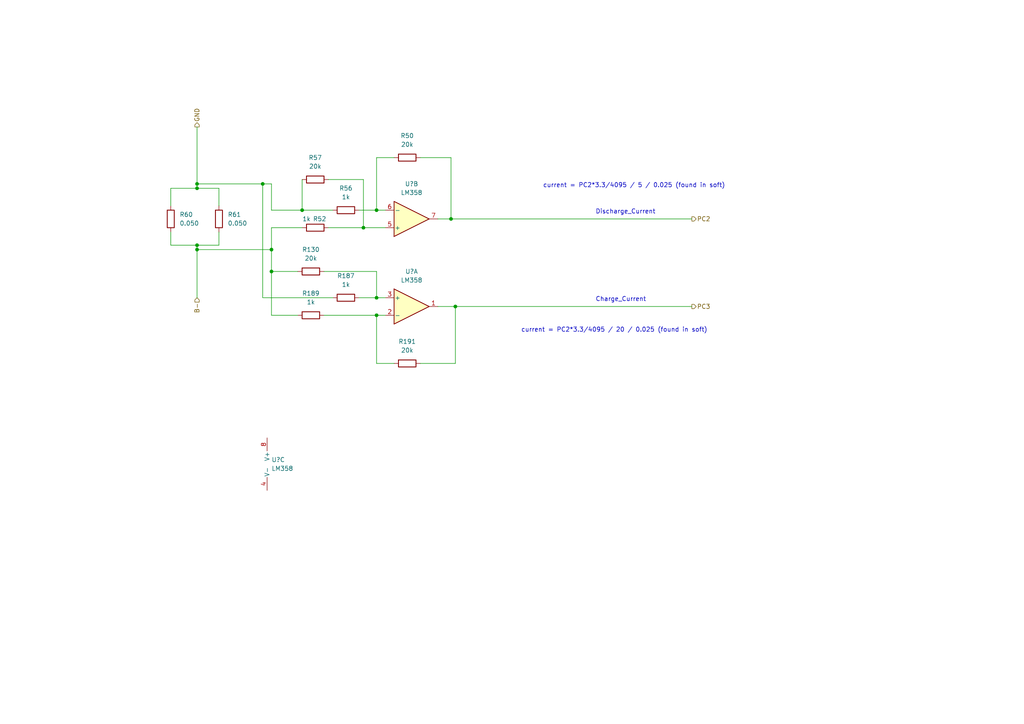
<source format=kicad_sch>
(kicad_sch (version 20231120) (generator "eeschema") (generator_version "8.0")
  (paper "A4")
  (lib_symbols
    (symbol "Amplifier_Operational:LM358" (pin_names (offset 0.127))
      (property "Reference" "U" (at 0 5.08 0))
      (property "Value" "LM358" (at 0 -5.08 0))
      (symbol "LM358_1_1"
        (polyline (pts (xy -5.08 5.08) (xy 5.08 0) (xy -5.08 -5.08) (xy -5.08 5.08)) (stroke (width 0.254)) (fill (type background)))
        (pin output line (at 7.62 0 180) (length 2.54) (name "~") (number "1"))
        (pin input line (at -7.62 -2.54 0) (length 2.54) (name "-") (number "2"))
        (pin input line (at -7.62 2.54 0) (length 2.54) (name "+") (number "3"))
      )
      (symbol "LM358_2_1"
        (polyline (pts (xy -5.08 5.08) (xy 5.08 0) (xy -5.08 -5.08) (xy -5.08 5.08)) (stroke (width 0.254)) (fill (type background)))
        (pin input line (at -7.62 2.54 0) (length 2.54) (name "+") (number "5"))
        (pin input line (at -7.62 -2.54 0) (length 2.54) (name "-") (number "6"))
        (pin output line (at 7.62 0 180) (length 2.54) (name "~") (number "7"))
      )
      (symbol "LM358_3_1"
        (pin power_in line (at -2.54 -7.62 90) (length 3.81) (name "V-") (number "4"))
        (pin power_in line (at -2.54 7.62 270) (length 3.81) (name "V+") (number "8"))
      )
    )
    (symbol "Device:R" (pin_numbers hide) (pin_names (offset 0))
      (property "Reference" "R" (at 2.032 0 90))
      (property "Value" "R" (at 0 0 90))
      (symbol "R_0_1"
        (rectangle (start -1.016 -2.54) (end 1.016 2.54) (stroke (width 0.254)))
      )
      (symbol "R_1_1"
        (pin passive line (at 0 3.81 270) (length 1.27) (name "~") (number "1"))
        (pin passive line (at 0 -3.81 90) (length 1.27) (name "~") (number "2"))
      )
    )
  )
  (junction (at 57.15 72.39))
  (junction (at 109.22 60.96))
  (junction (at 130.81 63.5))
  (junction (at 78.74 78.74))
  (junction (at 109.22 91.44))
  (junction (at 109.22 86.36))
  (junction (at 76.2 53.34))
  (junction (at 57.15 54.61))
  (junction (at 105.41 66.04))
  (junction (at 57.15 71.12))
  (junction (at 87.63 60.96))
  (junction (at 132.08 88.9))
  (junction (at 78.74 72.39))
  (junction (at 57.15 53.34))
  (wire (pts (xy 76.2 86.36) (xy 96.52 86.36)))
  (wire (pts (xy 121.92 45.72) (xy 130.81 45.72)))
  (wire (pts (xy 93.98 91.44) (xy 109.22 91.44)))
  (wire (pts (xy 57.15 72.39) (xy 78.74 72.39)))
  (wire (pts (xy 109.22 86.36) (xy 111.76 86.36)))
  (wire (pts (xy 63.5 71.12) (xy 63.5 67.31)))
  (wire (pts (xy 109.22 45.72) (xy 114.3 45.72)))
  (wire (pts (xy 76.2 53.34) (xy 78.74 53.34)))
  (wire (pts (xy 104.14 60.96) (xy 109.22 60.96)))
  (wire (pts (xy 57.15 36.83) (xy 57.15 53.34)))
  (wire (pts (xy 49.53 54.61) (xy 57.15 54.61)))
  (wire (pts (xy 104.14 86.36) (xy 109.22 86.36)))
  (wire (pts (xy 87.63 52.07) (xy 87.63 60.96)))
  (wire (pts (xy 130.81 63.5) (xy 200.66 63.5)))
  (wire (pts (xy 78.74 53.34) (xy 78.74 60.96)))
  (wire (pts (xy 78.74 91.44) (xy 86.36 91.44)))
  (wire (pts (xy 49.53 59.69) (xy 49.53 54.61)))
  (wire (pts (xy 93.98 78.74) (xy 109.22 78.74)))
  (wire (pts (xy 49.53 71.12) (xy 57.15 71.12)))
  (wire (pts (xy 63.5 54.61) (xy 57.15 54.61)))
  (wire (pts (xy 109.22 105.41) (xy 114.3 105.41)))
  (wire (pts (xy 127 63.5) (xy 130.81 63.5)))
  (wire (pts (xy 130.81 45.72) (xy 130.81 63.5)))
  (wire (pts (xy 76.2 53.34) (xy 76.2 86.36)))
  (wire (pts (xy 57.15 53.34) (xy 57.15 54.61)))
  (wire (pts (xy 121.92 105.41) (xy 132.08 105.41)))
  (wire (pts (xy 78.74 72.39) (xy 78.74 78.74)))
  (wire (pts (xy 109.22 78.74) (xy 109.22 86.36)))
  (wire (pts (xy 96.52 60.96) (xy 87.63 60.96)))
  (wire (pts (xy 87.63 60.96) (xy 78.74 60.96)))
  (wire (pts (xy 78.74 66.04) (xy 87.63 66.04)))
  (wire (pts (xy 109.22 60.96) (xy 109.22 45.72)))
  (wire (pts (xy 132.08 105.41) (xy 132.08 88.9)))
  (wire (pts (xy 109.22 91.44) (xy 111.76 91.44)))
  (wire (pts (xy 78.74 78.74) (xy 78.74 91.44)))
  (wire (pts (xy 105.41 52.07) (xy 105.41 66.04)))
  (wire (pts (xy 132.08 88.9) (xy 127 88.9)))
  (wire (pts (xy 78.74 78.74) (xy 86.36 78.74)))
  (wire (pts (xy 49.53 67.31) (xy 49.53 71.12)))
  (wire (pts (xy 63.5 59.69) (xy 63.5 54.61)))
  (wire (pts (xy 109.22 91.44) (xy 109.22 105.41)))
  (wire (pts (xy 57.15 71.12) (xy 63.5 71.12)))
  (wire (pts (xy 109.22 60.96) (xy 111.76 60.96)))
  (wire (pts (xy 57.15 71.12) (xy 57.15 72.39)))
  (wire (pts (xy 95.25 52.07) (xy 105.41 52.07)))
  (wire (pts (xy 105.41 66.04) (xy 111.76 66.04)))
  (wire (pts (xy 57.15 72.39) (xy 57.15 86.36)))
  (wire (pts (xy 132.08 88.9) (xy 200.66 88.9)))
  (wire (pts (xy 57.15 53.34) (xy 76.2 53.34)))
  (wire (pts (xy 78.74 72.39) (xy 78.74 66.04)))
  (wire (pts (xy 95.25 66.04) (xy 105.41 66.04)))
  (text "Charge_Current" (at 172.72 87.63 0) (effects (font (size 1.27 1.27)) (justify left bottom)))
  (text "current = PC2*3.3/4095 / 20 / 0.025 (found in soft)" (at 151.13 96.52 0) (effects (font (size 1.27 1.27)) (justify left bottom)))
  (text "current = PC2*3.3/4095 / 5 / 0.025 (found in soft)" (at 157.48 54.61 0) (effects (font (size 1.27 1.27)) (justify left bottom)))
  (text "Discharge_Current" (at 172.72 62.23 0) (effects (font (size 1.27 1.27)) (justify left bottom)))
  (hierarchical_label "PC3" (shape output) (at 200.66 88.9 0))
  (hierarchical_label "GND" (shape output) (at 57.15 36.83 90))
  (hierarchical_label "PC2" (shape output) (at 200.66 63.5 0))
  (hierarchical_label "B-" (shape input) (at 57.15 86.36 270))
  (symbol (lib_id "Device:R") (at 118.11 45.72 270) (unit 1)
    (property "Reference" "R50" (at 118.11 39.37 90))
    (property "Value" "20k" (at 118.11 41.91 90))
  )
  (symbol (lib_id "Device:R") (at 49.53 63.5 0) (unit 1)
    (property "Reference" "R60" (at 52.07 62.2299 0) (effects (justify left)))
    (property "Value" "0.050" (at 52.07 64.7699 0) (effects (justify left)))
  )
  (symbol (lib_id "Device:R") (at 100.33 60.96 90) (unit 1)
    (property "Reference" "R56" (at 100.33 54.61 90))
    (property "Value" "1k" (at 100.33 57.15 90))
  )
  (symbol (lib_id "Amplifier_Operational:LM358") (at 119.38 88.9 0) (unit 1)
    (property "Reference" "U?" (at 119.38 78.74 0))
    (property "Value" "LM358" (at 119.38 81.28 0))
    (property "Datasheet" "http://www.ti.com/lit/ds/symlink/lm2904-n.pdf" (effects (hide yes)))
  )
  (symbol (lib_id "Amplifier_Operational:LM358") (at 80.01 134.62 0) (unit 3)
    (property "Reference" "U?" (at 78.74 133.3499 0) (effects (justify left)))
    (property "Value" "LM358" (at 78.74 135.8899 0) (effects (justify left)))
    (property "Datasheet" "http://www.ti.com/lit/ds/symlink/lm2904-n.pdf" (effects (hide yes)))
  )
  (symbol (lib_id "Device:R") (at 63.5 63.5 0) (unit 1)
    (property "Reference" "R61" (at 66.04 62.2299 0) (effects (justify left)))
    (property "Value" "0.050" (at 66.04 64.7699 0) (effects (justify left)))
  )
  (symbol (lib_id "Device:R") (at 100.33 86.36 90) (unit 1)
    (property "Reference" "R187" (at 100.33 80.01 90))
    (property "Value" "1k" (at 100.33 82.55 90))
  )
  (symbol (lib_id "Amplifier_Operational:LM358") (at 119.38 63.5 0) (mirror x) (unit 2)
    (property "Reference" "U?" (at 119.38 53.34 0))
    (property "Value" "LM358" (at 119.38 55.88 0))
    (property "Datasheet" "http://www.ti.com/lit/ds/symlink/lm2904-n.pdf" (effects (hide yes)))
  )
  (symbol (lib_id "Device:R") (at 118.11 105.41 270) (unit 1)
    (property "Reference" "R191" (at 118.11 99.06 90))
    (property "Value" "20k" (at 118.11 101.6 90))
  )
  (symbol (lib_id "Device:R") (at 91.44 52.07 90) (unit 1)
    (property "Reference" "R57" (at 91.44 45.72 90))
    (property "Value" "20k" (at 91.44 48.26 90))
  )
  (symbol (lib_id "Device:R") (at 90.17 91.44 90) (unit 1)
    (property "Reference" "R189" (at 90.17 85.09 90))
    (property "Value" "1k" (at 90.17 87.63 90))
  )
  (symbol (lib_id "Device:R") (at 90.17 78.74 90) (unit 1)
    (property "Reference" "R130" (at 90.17 72.39 90))
    (property "Value" "20k" (at 90.17 74.93 90))
  )
  (symbol (lib_id "Device:R") (at 91.44 66.04 90) (unit 1)
    (property "Reference" "R52" (at 92.71 63.5 90))
    (property "Value" "1k" (at 88.9 63.5 90))
  )
)
</source>
